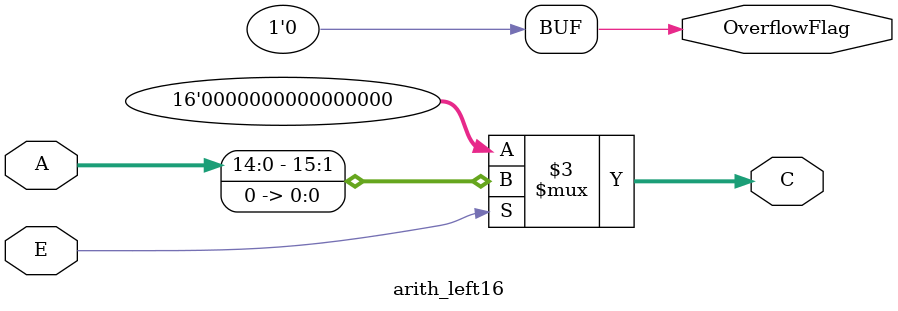
<source format=v>


// Output 1: C; calculation result, 16bit binary
// Output 2: OverflowFlag; 0
// Input 1: A; input, 16bit binary
// Input 2: E; enable, 1bit binary

module arith_left16 (output [15:0] C, output OverflowFlag,
	input [15:0] A, input E);
	assign OverflowFlag = 1'b0;
	assign C=(E==1'b1)? (A<<<1):16'b0000000000000000;

endmodule

</source>
